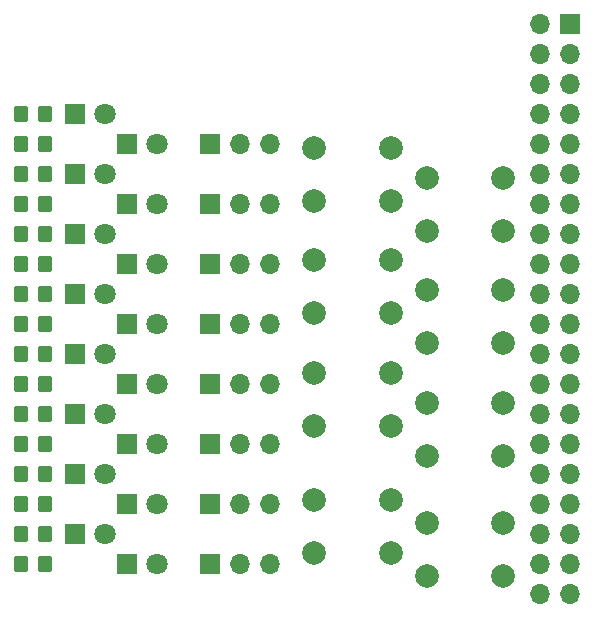
<source format=gts>
G04 #@! TF.GenerationSoftware,KiCad,Pcbnew,(6.0.1)*
G04 #@! TF.CreationDate,2022-08-31T10:29:55-04:00*
G04 #@! TF.ProjectId,ITX-SWLEDs,4954582d-5357-44c4-9544-732e6b696361,1*
G04 #@! TF.SameCoordinates,Original*
G04 #@! TF.FileFunction,Soldermask,Top*
G04 #@! TF.FilePolarity,Negative*
%FSLAX46Y46*%
G04 Gerber Fmt 4.6, Leading zero omitted, Abs format (unit mm)*
G04 Created by KiCad (PCBNEW (6.0.1)) date 2022-08-31 10:29:55*
%MOMM*%
%LPD*%
G01*
G04 APERTURE LIST*
G04 Aperture macros list*
%AMRoundRect*
0 Rectangle with rounded corners*
0 $1 Rounding radius*
0 $2 $3 $4 $5 $6 $7 $8 $9 X,Y pos of 4 corners*
0 Add a 4 corners polygon primitive as box body*
4,1,4,$2,$3,$4,$5,$6,$7,$8,$9,$2,$3,0*
0 Add four circle primitives for the rounded corners*
1,1,$1+$1,$2,$3*
1,1,$1+$1,$4,$5*
1,1,$1+$1,$6,$7*
1,1,$1+$1,$8,$9*
0 Add four rect primitives between the rounded corners*
20,1,$1+$1,$2,$3,$4,$5,0*
20,1,$1+$1,$4,$5,$6,$7,0*
20,1,$1+$1,$6,$7,$8,$9,0*
20,1,$1+$1,$8,$9,$2,$3,0*%
G04 Aperture macros list end*
%ADD10R,1.700000X1.700000*%
%ADD11O,1.700000X1.700000*%
%ADD12C,2.000000*%
%ADD13RoundRect,0.250000X-0.350000X-0.450000X0.350000X-0.450000X0.350000X0.450000X-0.350000X0.450000X0*%
%ADD14R,1.800000X1.800000*%
%ADD15C,1.800000*%
G04 APERTURE END LIST*
D10*
X120635000Y-82804000D03*
D11*
X123175000Y-82804000D03*
X125715000Y-82804000D03*
D12*
X138990000Y-84364000D03*
X145490000Y-84364000D03*
X138990000Y-88864000D03*
X145490000Y-88864000D03*
D13*
X104664000Y-75184000D03*
X106664000Y-75184000D03*
D12*
X135965000Y-72299000D03*
X129465000Y-72299000D03*
X129465000Y-76799000D03*
X135965000Y-76799000D03*
D13*
X104664000Y-85344000D03*
X106664000Y-85344000D03*
D10*
X120650000Y-72644000D03*
D11*
X123190000Y-72644000D03*
X125730000Y-72644000D03*
D13*
X104664000Y-90424000D03*
X106664000Y-90424000D03*
X104664000Y-62484000D03*
X106664000Y-62484000D03*
D14*
X109215000Y-70104000D03*
D15*
X111755000Y-70104000D03*
D14*
X113660000Y-67564000D03*
D15*
X116200000Y-67564000D03*
D14*
X109215000Y-59944000D03*
D15*
X111755000Y-59944000D03*
D10*
X120650000Y-98044000D03*
D11*
X123190000Y-98044000D03*
X125730000Y-98044000D03*
D13*
X104664000Y-65024000D03*
X106664000Y-65024000D03*
X104664000Y-95504000D03*
X106664000Y-95504000D03*
D10*
X151130000Y-52324000D03*
D11*
X148590000Y-52324000D03*
X151130000Y-54864000D03*
X148590000Y-54864000D03*
X151130000Y-57404000D03*
X148590000Y-57404000D03*
X151130000Y-59944000D03*
X148590000Y-59944000D03*
X151130000Y-62484000D03*
X148590000Y-62484000D03*
X151130000Y-65024000D03*
X148590000Y-65024000D03*
X151130000Y-67564000D03*
X148590000Y-67564000D03*
X151130000Y-70104000D03*
X148590000Y-70104000D03*
X151130000Y-72644000D03*
X148590000Y-72644000D03*
X151130000Y-75184000D03*
X148590000Y-75184000D03*
X151130000Y-77724000D03*
X148590000Y-77724000D03*
X151130000Y-80264000D03*
X148590000Y-80264000D03*
X151130000Y-82804000D03*
X148590000Y-82804000D03*
X151130000Y-85344000D03*
X148590000Y-85344000D03*
X151130000Y-87884000D03*
X148590000Y-87884000D03*
X151130000Y-90424000D03*
X148590000Y-90424000D03*
X151130000Y-92964000D03*
X148590000Y-92964000D03*
X151130000Y-95504000D03*
X148590000Y-95504000D03*
X151130000Y-98044000D03*
X148590000Y-98044000D03*
X151130000Y-100584000D03*
X148590000Y-100584000D03*
D14*
X113660000Y-62484000D03*
D15*
X116200000Y-62484000D03*
D10*
X120650000Y-67564000D03*
D11*
X123190000Y-67564000D03*
X125730000Y-67564000D03*
D10*
X120650000Y-92964000D03*
D11*
X123190000Y-92964000D03*
X125730000Y-92964000D03*
D12*
X135965000Y-62774000D03*
X129465000Y-62774000D03*
X129465000Y-67274000D03*
X135965000Y-67274000D03*
D14*
X113660000Y-98044000D03*
D15*
X116200000Y-98044000D03*
D12*
X135965000Y-92619000D03*
X129465000Y-92619000D03*
X129465000Y-97119000D03*
X135965000Y-97119000D03*
D13*
X104664000Y-98044000D03*
X106664000Y-98044000D03*
D12*
X145490000Y-65314000D03*
X138990000Y-65314000D03*
X145490000Y-69814000D03*
X138990000Y-69814000D03*
D14*
X113660000Y-82804000D03*
D15*
X116200000Y-82804000D03*
D14*
X109215000Y-80264000D03*
D15*
X111755000Y-80264000D03*
D13*
X104664000Y-72644000D03*
X106664000Y-72644000D03*
X104664000Y-82804000D03*
X106664000Y-82804000D03*
D10*
X120650000Y-77724000D03*
D11*
X123190000Y-77724000D03*
X125730000Y-77724000D03*
D14*
X113660000Y-77724000D03*
D15*
X116200000Y-77724000D03*
D14*
X109215000Y-75184000D03*
D15*
X111755000Y-75184000D03*
D13*
X104664000Y-77724000D03*
X106664000Y-77724000D03*
D14*
X113660000Y-87884000D03*
D15*
X116200000Y-87884000D03*
D13*
X104664000Y-80264000D03*
X106664000Y-80264000D03*
D10*
X120650000Y-62484000D03*
D11*
X123190000Y-62484000D03*
X125730000Y-62484000D03*
D14*
X109215000Y-65024000D03*
D15*
X111755000Y-65024000D03*
D13*
X104664000Y-92964000D03*
X106664000Y-92964000D03*
X104664000Y-59944000D03*
X106664000Y-59944000D03*
D10*
X120650000Y-87884000D03*
D11*
X123190000Y-87884000D03*
X125730000Y-87884000D03*
D12*
X138990000Y-94524000D03*
X145490000Y-94524000D03*
X145490000Y-99024000D03*
X138990000Y-99024000D03*
D14*
X109230000Y-95504000D03*
D15*
X111770000Y-95504000D03*
D12*
X135965000Y-81824000D03*
X129465000Y-81824000D03*
X135965000Y-86324000D03*
X129465000Y-86324000D03*
D14*
X109215000Y-85344000D03*
D15*
X111755000Y-85344000D03*
D14*
X113660000Y-92964000D03*
D15*
X116200000Y-92964000D03*
D14*
X113660000Y-72644000D03*
D15*
X116200000Y-72644000D03*
D13*
X104664000Y-67564000D03*
X106664000Y-67564000D03*
D12*
X145490000Y-74839000D03*
X138990000Y-74839000D03*
X145490000Y-79339000D03*
X138990000Y-79339000D03*
D13*
X104664000Y-70104000D03*
X106664000Y-70104000D03*
D14*
X109215000Y-90424000D03*
D15*
X111755000Y-90424000D03*
D13*
X104664000Y-87884000D03*
X106664000Y-87884000D03*
M02*

</source>
